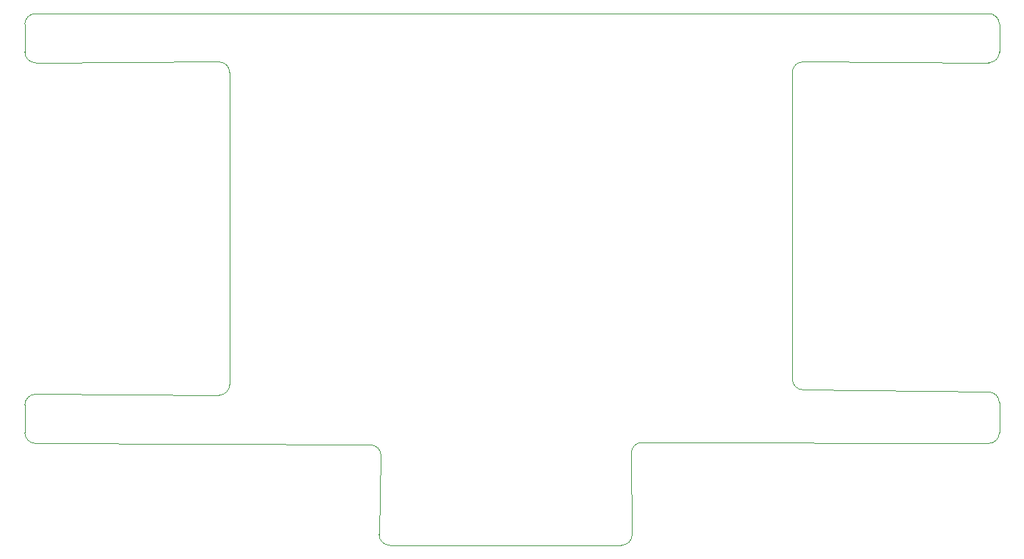
<source format=gm1>
%TF.GenerationSoftware,KiCad,Pcbnew,8.0.1*%
%TF.CreationDate,2024-04-15T16:39:27+10:00*%
%TF.ProjectId,4x8x8 LED Matrix Clock,34783878-3820-44c4-9544-204d61747269,rev?*%
%TF.SameCoordinates,Original*%
%TF.FileFunction,Profile,NP*%
%FSLAX46Y46*%
G04 Gerber Fmt 4.6, Leading zero omitted, Abs format (unit mm)*
G04 Created by KiCad (PCBNEW 8.0.1) date 2024-04-15 16:39:27*
%MOMM*%
%LPD*%
G01*
G04 APERTURE LIST*
%TA.AperFunction,Profile*%
%ADD10C,0.100000*%
%TD*%
G04 APERTURE END LIST*
D10*
X117103026Y-61858026D02*
G75*
G02*
X118373026Y-60588026I1270000J0D01*
G01*
X118373026Y-66411974D02*
G75*
G02*
X117103026Y-65141974I0J1270000D01*
G01*
X140071974Y-66303026D02*
G75*
G02*
X141341974Y-67573026I0J-1270000D01*
G01*
X141341974Y-104511974D02*
G75*
G02*
X140071974Y-105781974I-1270000J0D01*
G01*
X117103026Y-106943026D02*
G75*
G02*
X118373026Y-105673026I1270000J0D01*
G01*
X118373026Y-111496974D02*
G75*
G02*
X117103026Y-110226974I0J1270000D01*
G01*
X157978974Y-111667426D02*
G75*
G02*
X159248974Y-112937426I0J-1270000D01*
G01*
X160283026Y-123561974D02*
G75*
G02*
X159013026Y-122291974I0J1270000D01*
G01*
X188966974Y-122291974D02*
G75*
G02*
X187696974Y-123561974I-1270000J0D01*
G01*
X188858026Y-112658026D02*
G75*
G02*
X190128026Y-111388026I1270000J0D01*
G01*
X232410000Y-110226974D02*
G75*
G02*
X231140000Y-111496974I-1270000J0D01*
G01*
X231140000Y-105410000D02*
G75*
G02*
X232410000Y-106680000I0J-1270000D01*
G01*
X209178026Y-105146974D02*
G75*
G02*
X207908026Y-103876974I0J1270000D01*
G01*
X207908026Y-67573026D02*
G75*
G02*
X209178026Y-66303026I1270000J0D01*
G01*
X232410000Y-65141974D02*
G75*
G02*
X231140000Y-66411974I-1270000J0D01*
G01*
X231140000Y-60588026D02*
G75*
G02*
X232410000Y-61858026I0J-1270000D01*
G01*
X232410000Y-65141974D02*
X232410000Y-61858026D01*
X209178026Y-66303026D02*
X231140000Y-66411974D01*
X207908026Y-103876974D02*
X207908026Y-67573026D01*
X231140000Y-105410000D02*
X209178026Y-105146974D01*
X232410000Y-110226974D02*
X232410000Y-106680000D01*
X190128026Y-111388026D02*
X231140000Y-111496974D01*
X188966974Y-122291974D02*
X188858026Y-112658026D01*
X160283026Y-123561974D02*
X187696974Y-123561974D01*
X159248974Y-112937426D02*
X159013026Y-122291974D01*
X118373026Y-111496974D02*
X157978974Y-111667426D01*
X117103026Y-106943026D02*
X117103026Y-110226974D01*
X140071974Y-105781974D02*
X118373026Y-105673026D01*
X141341974Y-67573026D02*
X141341974Y-104511974D01*
X118373026Y-66411974D02*
X140071974Y-66303026D01*
X117103026Y-61858026D02*
X117103026Y-65141974D01*
X231140000Y-60588026D02*
X118373026Y-60588026D01*
M02*

</source>
